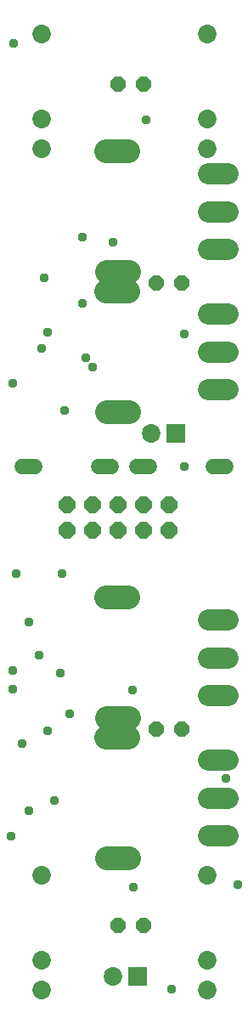
<source format=gbs>
G04 EAGLE Gerber RS-274X export*
G75*
%MOMM*%
%FSLAX34Y34*%
%LPD*%
%INBottom Solder Mask*%
%IPPOS*%
%AMOC8*
5,1,8,0,0,1.08239X$1,22.5*%
G01*
%ADD10C,2.387600*%
%ADD11C,2.153200*%
%ADD12R,1.854200X1.854200*%
%ADD13C,1.854200*%
%ADD14C,1.524000*%
%ADD15P,1.649562X8X202.500000*%
%ADD16P,1.649562X8X22.500000*%
%ADD17P,1.759533X8X202.500000*%
%ADD18C,1.853200*%
%ADD19C,0.959600*%


D10*
X137414Y720352D02*
X115570Y720352D01*
X116078Y600194D02*
X137922Y600194D01*
D11*
X217250Y660400D02*
X236750Y660400D01*
X236750Y622900D02*
X217250Y622900D01*
X217250Y697900D02*
X236750Y697900D01*
D10*
X137414Y275852D02*
X115570Y275852D01*
X116078Y155694D02*
X137922Y155694D01*
D11*
X217250Y215900D02*
X236750Y215900D01*
X236750Y178400D02*
X217250Y178400D01*
X217250Y253400D02*
X236750Y253400D01*
D12*
X147120Y38100D03*
D13*
X122120Y38100D03*
D12*
X185220Y579120D03*
D13*
X160220Y579120D03*
D14*
X221996Y546100D02*
X235204Y546100D01*
X159004Y546100D02*
X145796Y546100D01*
X120904Y546100D02*
X107696Y546100D01*
X44704Y546100D02*
X31496Y546100D01*
D15*
X152400Y927100D03*
X127000Y927100D03*
D16*
X127000Y88900D03*
X152400Y88900D03*
D10*
X137414Y860052D02*
X115570Y860052D01*
X116078Y739894D02*
X137922Y739894D01*
D11*
X217250Y800100D02*
X236750Y800100D01*
X236750Y762600D02*
X217250Y762600D01*
X217250Y837600D02*
X236750Y837600D01*
D10*
X137414Y415552D02*
X115570Y415552D01*
X116078Y295394D02*
X137922Y295394D01*
D11*
X217250Y355600D02*
X236750Y355600D01*
X236750Y318100D02*
X217250Y318100D01*
X217250Y393100D02*
X236750Y393100D01*
D17*
X177800Y482600D03*
X177800Y508000D03*
X152400Y482600D03*
X152400Y508000D03*
X127000Y482600D03*
X127000Y508000D03*
X101600Y482600D03*
X101600Y508000D03*
X76200Y482600D03*
X76200Y508000D03*
D15*
X190500Y728980D03*
X165100Y728980D03*
D16*
X165100Y284480D03*
X190500Y284480D03*
D18*
X215900Y977100D03*
X215900Y892100D03*
X215900Y862100D03*
X215900Y138900D03*
X215900Y53900D03*
X215900Y23900D03*
X50800Y138900D03*
X50800Y53900D03*
X50800Y23900D03*
X50800Y977100D03*
X50800Y892100D03*
X50800Y862100D03*
D19*
X48260Y358140D03*
X25400Y439420D03*
X71120Y439420D03*
X78740Y299720D03*
X20320Y177800D03*
X142240Y127000D03*
X180340Y25400D03*
X193040Y546100D03*
X193040Y678180D03*
X121920Y769620D03*
X154940Y891540D03*
X22860Y967740D03*
X73660Y601980D03*
X92075Y708025D03*
X92075Y774700D03*
X95250Y654050D03*
X53975Y733425D03*
X22225Y323850D03*
X22225Y342900D03*
X38100Y203200D03*
X57150Y282575D03*
X57150Y679450D03*
X38100Y390525D03*
X22225Y628650D03*
X101600Y644525D03*
X31750Y269875D03*
X63500Y212725D03*
X234950Y234950D03*
X141605Y323215D03*
X50800Y663575D03*
X69850Y339725D03*
X246380Y129540D03*
M02*

</source>
